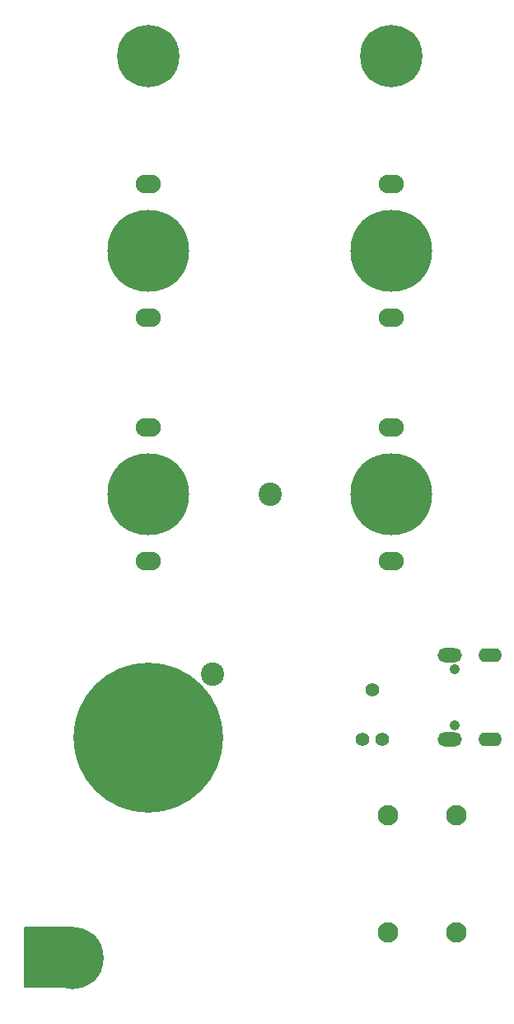
<source format=gbr>
%TF.GenerationSoftware,KiCad,Pcbnew,6.0.10+dfsg-1~bpo11+1*%
%TF.CreationDate,2023-02-22T01:12:55+00:00*%
%TF.ProjectId,OpenThereminV4,4f70656e-5468-4657-9265-6d696e56342e,rev?*%
%TF.SameCoordinates,Original*%
%TF.FileFunction,Soldermask,Top*%
%TF.FilePolarity,Negative*%
%FSLAX46Y46*%
G04 Gerber Fmt 4.6, Leading zero omitted, Abs format (unit mm)*
G04 Created by KiCad (PCBNEW 6.0.10+dfsg-1~bpo11+1) date 2023-02-22 01:12:55*
%MOMM*%
%LPD*%
G01*
G04 APERTURE LIST*
%ADD10C,6.400000*%
%ADD11C,15.400000*%
%ADD12C,1.200000*%
%ADD13O,2.600000X1.900000*%
%ADD14C,8.400000*%
%ADD15C,1.050000*%
%ADD16O,2.400000X1.400000*%
%ADD17O,2.500000X1.450000*%
%ADD18C,2.400000*%
%ADD19C,1.390600*%
%ADD20C,2.100000*%
G04 APERTURE END LIST*
D10*
%TO.C,Y1*%
X38500000Y109250000D03*
%TD*%
%TO.C,Y2*%
X13500000Y109250000D03*
%TD*%
D11*
%TO.C,P10*%
X13500000Y39250000D03*
%TD*%
D12*
%TO.C,GND1*%
X3500000Y16650000D03*
X5750000Y14400000D03*
X5750000Y18900000D03*
D10*
X5750000Y16650000D03*
D12*
X4159010Y18240990D03*
X7340990Y15059010D03*
X7340990Y18240990D03*
X4159010Y15059010D03*
X8000000Y16650000D03*
%TD*%
D13*
%TO.C,P4*%
X13500000Y71100000D03*
D14*
X13500000Y64250000D03*
D13*
X13500000Y57400000D03*
%TD*%
%TO.C,P2*%
X38500000Y82400000D03*
X38500000Y96100000D03*
D14*
X38500000Y89250000D03*
%TD*%
D15*
%TO.C,J1*%
X45020000Y40510000D03*
X45020000Y46290000D03*
D16*
X48700000Y47720000D03*
X48700000Y39080000D03*
D17*
X44520000Y47720000D03*
X44520000Y39080000D03*
%TD*%
D13*
%TO.C,P3*%
X38500000Y57400000D03*
X38500000Y71100000D03*
D14*
X38500000Y64250000D03*
%TD*%
D18*
%TO.C,D3*%
X20117678Y45796967D03*
%TD*%
D19*
%TO.C,J2*%
X35525000Y39108000D03*
X37557000Y39108000D03*
X36541000Y44188000D03*
%TD*%
D20*
%TO.C,Y3*%
X38200000Y19300000D03*
X45200000Y19300000D03*
%TD*%
%TO.C,Y7*%
X45200000Y31350000D03*
X38200000Y31350000D03*
%TD*%
D13*
%TO.C,P1*%
X13500000Y96100000D03*
D14*
X13500000Y89250000D03*
D13*
X13500000Y82400000D03*
%TD*%
D18*
%TO.C,D4*%
X26050000Y64250000D03*
%TD*%
G36*
X5809191Y19831093D02*
G01*
X5845155Y19781593D01*
X5850000Y19751000D01*
X5850000Y13699000D01*
X5831093Y13640809D01*
X5781593Y13604845D01*
X5751000Y13600000D01*
X849000Y13600000D01*
X790809Y13618907D01*
X754845Y13668407D01*
X750000Y13699000D01*
X750000Y19751000D01*
X768907Y19809191D01*
X818407Y19845155D01*
X849000Y19850000D01*
X5751000Y19850000D01*
X5809191Y19831093D01*
G37*
M02*

</source>
